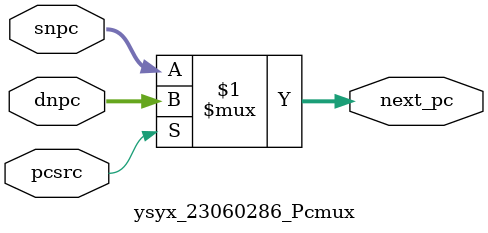
<source format=v>
module ysyx_23060286_Pcmux (
    input [31:0] snpc,
    input [31:0] dnpc,
    input pcsrc,
    output [31:0] next_pc
);
    assign next_pc=(pcsrc ? dnpc:snpc);
endmodule

</source>
